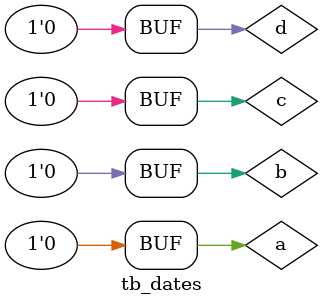
<source format=v>
`timescale 1us/1ns 

module tb_dates();
	
	// Declare nets and variabls 
	reg a, b, c, d;
	wire o1, o2, o3, o4, o5, o6, o7, o8, o9, o10;


	// Instantiate the DUT 
	built_in_gates GATES1(
		.a(a), .b(b), .c(c), .d(d),
		.o1(o1), .o2(o2), .o3(o3), .o4(o4), .o5(o5),
		.o6(o6), .o7(o7), .o8(o8), .o9(o9), .o10(o10)
	);

	// Generate stimulus 
	initial begin 
		#0.5; a=1; b=0; c=1; d=0;
		#1; a = 0; b = 1; c = 0; d = 1;
        #2; a = 0; b = 0; c = 1; d = 0;
        #1; a = 1; b = 1; c = 1; d = 1;
        #1; a = 0; b = 0; c = 0; d = 0;
	    #5;
	end 


endmodule 

</source>
